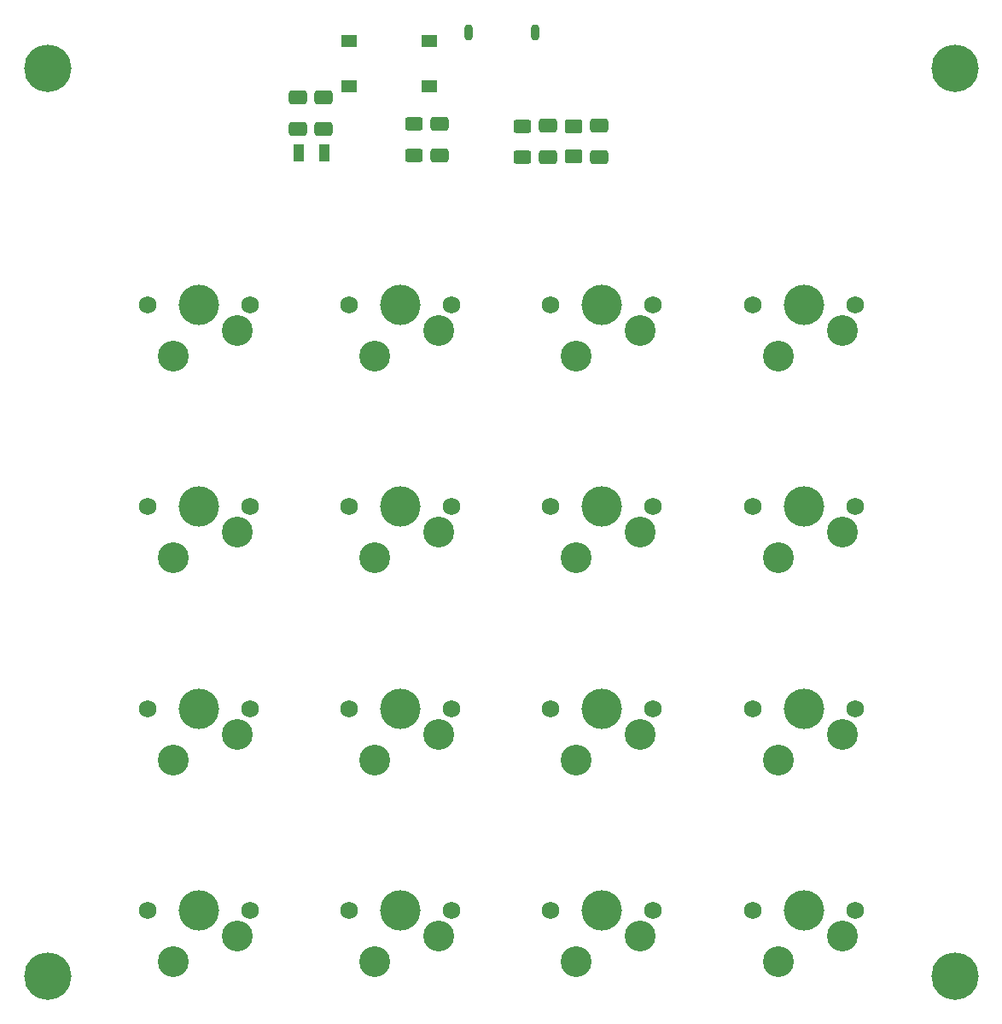
<source format=gbr>
%TF.GenerationSoftware,KiCad,Pcbnew,9.0.2*%
%TF.CreationDate,2025-06-23T15:12:23-04:00*%
%TF.ProjectId,MacroPad,4d616372-6f50-4616-942e-6b696361645f,rev?*%
%TF.SameCoordinates,Original*%
%TF.FileFunction,Soldermask,Top*%
%TF.FilePolarity,Negative*%
%FSLAX46Y46*%
G04 Gerber Fmt 4.6, Leading zero omitted, Abs format (unit mm)*
G04 Created by KiCad (PCBNEW 9.0.2) date 2025-06-23 15:12:23*
%MOMM*%
%LPD*%
G01*
G04 APERTURE LIST*
G04 Aperture macros list*
%AMRoundRect*
0 Rectangle with rounded corners*
0 $1 Rounding radius*
0 $2 $3 $4 $5 $6 $7 $8 $9 X,Y pos of 4 corners*
0 Add a 4 corners polygon primitive as box body*
4,1,4,$2,$3,$4,$5,$6,$7,$8,$9,$2,$3,0*
0 Add four circle primitives for the rounded corners*
1,1,$1+$1,$2,$3*
1,1,$1+$1,$4,$5*
1,1,$1+$1,$6,$7*
1,1,$1+$1,$8,$9*
0 Add four rect primitives between the rounded corners*
20,1,$1+$1,$2,$3,$4,$5,0*
20,1,$1+$1,$4,$5,$6,$7,0*
20,1,$1+$1,$6,$7,$8,$9,0*
20,1,$1+$1,$8,$9,$2,$3,0*%
G04 Aperture macros list end*
%ADD10RoundRect,0.250000X0.650000X-0.412500X0.650000X0.412500X-0.650000X0.412500X-0.650000X-0.412500X0*%
%ADD11C,1.750000*%
%ADD12C,3.050000*%
%ADD13C,4.000000*%
%ADD14R,1.550000X1.300000*%
%ADD15O,0.900000X1.600000*%
%ADD16R,1.000000X1.800000*%
%ADD17C,4.700000*%
%ADD18RoundRect,0.250000X-0.650000X0.412500X-0.650000X-0.412500X0.650000X-0.412500X0.650000X0.412500X0*%
%ADD19RoundRect,0.250000X0.625000X-0.400000X0.625000X0.400000X-0.625000X0.400000X-0.625000X-0.400000X0*%
%ADD20RoundRect,0.250001X-0.624999X0.462499X-0.624999X-0.462499X0.624999X-0.462499X0.624999X0.462499X0*%
%ADD21RoundRect,0.250000X-0.625000X0.400000X-0.625000X-0.400000X0.625000X-0.400000X0.625000X0.400000X0*%
G04 APERTURE END LIST*
D10*
%TO.C,C5*%
X103867000Y-58677000D03*
X103867000Y-55552000D03*
%TD*%
D11*
%TO.C,KEY8*%
X85080000Y-113500000D03*
D12*
X83810000Y-116040000D03*
D13*
X80000000Y-113500000D03*
D12*
X77460000Y-118580000D03*
D11*
X74920000Y-113500000D03*
%TD*%
%TO.C,KEY10*%
X125080000Y-93500000D03*
D12*
X123810000Y-96040000D03*
D13*
X120000000Y-93500000D03*
D12*
X117460000Y-98580000D03*
D11*
X114920000Y-93500000D03*
%TD*%
D14*
%TO.C,SW1*%
X94892000Y-47302000D03*
X102842000Y-47302000D03*
X94892000Y-51802000D03*
X102842000Y-51802000D03*
%TD*%
D15*
%TO.C,J5*%
X106800001Y-46450000D03*
X113399999Y-46450000D03*
%TD*%
D11*
%TO.C,KEY2*%
X125080000Y-133500000D03*
D12*
X123810000Y-136040000D03*
D13*
X120000000Y-133500000D03*
D12*
X117460000Y-138580000D03*
D11*
X114920000Y-133500000D03*
%TD*%
%TO.C,KEY1*%
X145080000Y-133500000D03*
D12*
X143810000Y-136040000D03*
D13*
X140000000Y-133500000D03*
D12*
X137460000Y-138580000D03*
D11*
X134920000Y-133500000D03*
%TD*%
%TO.C,KEY3*%
X105080000Y-133500000D03*
D12*
X103810000Y-136040000D03*
D13*
X100000000Y-133500000D03*
D12*
X97460000Y-138580000D03*
D11*
X94920000Y-133500000D03*
%TD*%
%TO.C,KEY7*%
X105080000Y-113500000D03*
D12*
X103810000Y-116040000D03*
D13*
X100000000Y-113500000D03*
D12*
X97460000Y-118580000D03*
D11*
X94920000Y-113500000D03*
%TD*%
%TO.C,KEY12*%
X85080000Y-93500000D03*
D12*
X83810000Y-96040000D03*
D13*
X80000000Y-93500000D03*
D12*
X77460000Y-98580000D03*
D11*
X74920000Y-93500000D03*
%TD*%
%TO.C,KEY13*%
X145080000Y-73500000D03*
D12*
X143810000Y-76040000D03*
D13*
X140000000Y-73500000D03*
D12*
X137460000Y-78580000D03*
D11*
X134920000Y-73500000D03*
%TD*%
D16*
%TO.C,Y1*%
X89938000Y-58443000D03*
X92438000Y-58443000D03*
%TD*%
D11*
%TO.C,KEY4*%
X85080000Y-133500000D03*
D12*
X83810000Y-136040000D03*
D13*
X80000000Y-133500000D03*
D12*
X77460000Y-138580000D03*
D11*
X74920000Y-133500000D03*
%TD*%
D17*
%TO.C,H1*%
X65000000Y-50000000D03*
%TD*%
D11*
%TO.C,KEY11*%
X105080000Y-93500000D03*
D12*
X103810000Y-96040000D03*
D13*
X100000000Y-93500000D03*
D12*
X97460000Y-98580000D03*
D11*
X94920000Y-93500000D03*
%TD*%
%TO.C,KEY15*%
X105080000Y-73500000D03*
D12*
X103810000Y-76040000D03*
D13*
X100000000Y-73500000D03*
D12*
X97460000Y-78580000D03*
D11*
X94920000Y-73500000D03*
%TD*%
%TO.C,KEY6*%
X125080000Y-113500000D03*
D12*
X123810000Y-116040000D03*
D13*
X120000000Y-113500000D03*
D12*
X117460000Y-118580000D03*
D11*
X114920000Y-113500000D03*
%TD*%
D17*
%TO.C,H3*%
X155000000Y-140000000D03*
%TD*%
%TO.C,H4*%
X65000000Y-140000000D03*
%TD*%
%TO.C,H2*%
X155000000Y-50000000D03*
%TD*%
D18*
%TO.C,C4*%
X92367000Y-52927000D03*
X92367000Y-56052000D03*
%TD*%
D11*
%TO.C,KEY16*%
X85080000Y-73500000D03*
D12*
X83810000Y-76040000D03*
D13*
X80000000Y-73500000D03*
D12*
X77460000Y-78580000D03*
D11*
X74920000Y-73500000D03*
%TD*%
D18*
%TO.C,C2*%
X89867000Y-52927000D03*
X89867000Y-56052000D03*
%TD*%
D19*
%TO.C,R5*%
X101367000Y-58652000D03*
X101367000Y-55552000D03*
%TD*%
D11*
%TO.C,KEY9*%
X145080000Y-93500000D03*
D12*
X143810000Y-96040000D03*
D13*
X140000000Y-93500000D03*
D12*
X137460000Y-98580000D03*
D11*
X134920000Y-93500000D03*
%TD*%
%TO.C,KEY5*%
X145080000Y-113500000D03*
D12*
X143810000Y-116040000D03*
D13*
X140000000Y-113500000D03*
D12*
X137460000Y-118580000D03*
D11*
X134920000Y-113500000D03*
%TD*%
%TO.C,KEY14*%
X125080000Y-73500000D03*
D12*
X123810000Y-76040000D03*
D13*
X120000000Y-73500000D03*
D12*
X117460000Y-78580000D03*
D11*
X114920000Y-73500000D03*
%TD*%
D20*
%TO.C,L1*%
X117208269Y-55758577D03*
X117208269Y-58733577D03*
%TD*%
D21*
%TO.C,TH1*%
X112128269Y-55760576D03*
X112128269Y-58860578D03*
%TD*%
D10*
%TO.C,C9*%
X119748271Y-58860577D03*
X119748271Y-55735577D03*
%TD*%
D18*
%TO.C,C8*%
X114668270Y-55685576D03*
X114668270Y-58810576D03*
%TD*%
M02*

</source>
